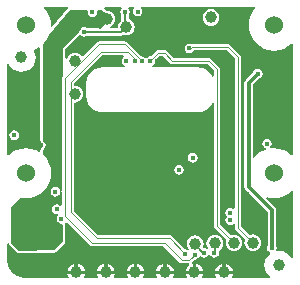
<source format=gbl>
G04*
G04 #@! TF.GenerationSoftware,Altium Limited,Altium Designer,20.0.13 (296)*
G04*
G04 Layer_Physical_Order=4*
G04 Layer_Color=16711680*
%FSLAX44Y44*%
%MOMM*%
G71*
G01*
G75*
%ADD12C,0.2000*%
%ADD55C,1.0000*%
%ADD56C,0.1500*%
%ADD57C,0.1000*%
%ADD59C,0.3000*%
%ADD62C,1.5240*%
%ADD63C,0.4000*%
%ADD64C,0.3000*%
G36*
X89224Y113730D02*
X87136Y111186D01*
X85151Y107472D01*
X83929Y103441D01*
X83516Y99250D01*
X83929Y95059D01*
X85151Y91028D01*
X87136Y87314D01*
X89808Y84058D01*
X93064Y81386D01*
X96778Y79401D01*
X100809Y78179D01*
X105000Y77766D01*
X109191Y78179D01*
X113222Y79401D01*
X116936Y81386D01*
X119730Y83680D01*
X121000Y83082D01*
Y-10506D01*
X119730Y-10857D01*
X116751Y-8413D01*
X113095Y-6458D01*
X109127Y-5255D01*
X105000Y-4848D01*
X102334Y-5111D01*
X101884Y-3884D01*
X102768Y-2561D01*
X103078Y-1000D01*
X102768Y561D01*
X101884Y1884D01*
X100561Y2768D01*
X99000Y3078D01*
X97439Y2768D01*
X96116Y1884D01*
X95232Y561D01*
X94922Y-1000D01*
X95232Y-2561D01*
X96116Y-3884D01*
X97439Y-4768D01*
X97840Y-4848D01*
X97904Y-6155D01*
X96905Y-6458D01*
X93249Y-8413D01*
X90043Y-11043D01*
X88289Y-13182D01*
X87019Y-12727D01*
Y48876D01*
X92459Y54316D01*
X92811Y54386D01*
X94134Y55270D01*
X95018Y56593D01*
X95328Y58154D01*
X95018Y59715D01*
X94134Y61038D01*
X92811Y61922D01*
X91250Y62232D01*
X89689Y61922D01*
X88366Y61038D01*
X87482Y59715D01*
X87412Y59363D01*
X80927Y52877D01*
X80153Y51720D01*
X79881Y50354D01*
Y-37700D01*
X80153Y-39066D01*
X80927Y-40223D01*
X99431Y-58728D01*
Y-87641D01*
X99232Y-87939D01*
X98922Y-89500D01*
X99232Y-91061D01*
X100116Y-92384D01*
X101195Y-93105D01*
X101495Y-94475D01*
X100352Y-95352D01*
X98409Y-97885D01*
X97187Y-100835D01*
X96770Y-104000D01*
X97187Y-107165D01*
X98409Y-110115D01*
X100352Y-112648D01*
X101763Y-113730D01*
X101332Y-115000D01*
X69603D01*
X69041Y-113861D01*
X69086Y-113802D01*
X69846Y-111968D01*
X69908Y-111500D01*
X62500D01*
X55092D01*
X55154Y-111968D01*
X55914Y-113802D01*
X55959Y-113861D01*
X55397Y-115000D01*
X44603D01*
X44041Y-113861D01*
X44086Y-113802D01*
X44846Y-111968D01*
X44908Y-111500D01*
X37500D01*
X30092D01*
X30154Y-111968D01*
X30914Y-113802D01*
X30959Y-113861D01*
X30397Y-115000D01*
X19603D01*
X19041Y-113861D01*
X19086Y-113802D01*
X19846Y-111968D01*
X19908Y-111500D01*
X12500D01*
Y-110000D01*
D01*
Y-111500D01*
X5092D01*
X5154Y-111968D01*
X5914Y-113802D01*
X5959Y-113861D01*
X5397Y-115000D01*
X-5397D01*
X-5959Y-113861D01*
X-5914Y-113802D01*
X-5154Y-111968D01*
X-5093Y-111500D01*
X-12500D01*
X-19908D01*
X-19846Y-111968D01*
X-19086Y-113802D01*
X-19042Y-113861D01*
X-19603Y-115000D01*
X-30397D01*
X-30959Y-113861D01*
X-30914Y-113802D01*
X-30154Y-111968D01*
X-30092Y-111500D01*
X-37500D01*
Y-110000D01*
D01*
Y-111500D01*
X-44908D01*
X-44846Y-111968D01*
X-44086Y-113802D01*
X-44041Y-113861D01*
X-44603Y-115000D01*
X-55397D01*
X-55959Y-113861D01*
X-55914Y-113802D01*
X-55154Y-111968D01*
X-55092Y-111500D01*
X-62500D01*
Y-110000D01*
D01*
Y-111500D01*
X-69908D01*
X-69846Y-111968D01*
X-69086Y-113802D01*
X-69041Y-113861D01*
X-69603Y-115000D01*
X-106576D01*
X-109667Y-114385D01*
X-112579Y-113179D01*
X-115199Y-111428D01*
X-117428Y-109199D01*
X-119179Y-106579D01*
X-120385Y-103667D01*
X-121000Y-100576D01*
Y-85673D01*
X-119730Y-85548D01*
X-119634Y-86030D01*
X-119192Y-86692D01*
X-119192Y-86692D01*
X-112692Y-93192D01*
X-112685Y-93197D01*
X-112680Y-93204D01*
X-112355Y-93417D01*
X-112030Y-93634D01*
X-112022Y-93636D01*
X-112015Y-93640D01*
X-111633Y-93713D01*
X-111250Y-93789D01*
X-111242Y-93787D01*
X-111233Y-93789D01*
X-81233Y-93539D01*
X-80853Y-93460D01*
X-80470Y-93384D01*
X-80462Y-93379D01*
X-80454Y-93377D01*
X-80131Y-93158D01*
X-79808Y-92942D01*
X-72308Y-85442D01*
X-71866Y-84780D01*
X-71711Y-84000D01*
Y-69581D01*
X-71730Y-69482D01*
X-71721Y-69381D01*
X-71808Y-69094D01*
X-71866Y-68800D01*
X-71922Y-68716D01*
X-71952Y-68619D01*
X-71968Y-68523D01*
X-71588Y-68005D01*
X-69976Y-67878D01*
X-50552Y-87302D01*
X-49725Y-87855D01*
X-48750Y-88049D01*
X11194D01*
X24948Y-101802D01*
X25775Y-102355D01*
X26750Y-102549D01*
X32738D01*
X33113Y-103214D01*
X33211Y-103787D01*
X32122Y-104622D01*
X30914Y-106198D01*
X30154Y-108032D01*
X30092Y-108500D01*
X36000D01*
Y-102592D01*
X35779Y-102621D01*
X35309Y-102012D01*
X35124Y-101481D01*
X37355Y-99250D01*
X37750Y-99328D01*
X39311Y-99018D01*
X40634Y-98134D01*
X41518Y-96811D01*
X41542Y-96688D01*
X42866Y-96384D01*
X44189Y-97268D01*
X45750Y-97578D01*
X47311Y-97268D01*
X48634Y-96384D01*
X49456Y-95154D01*
X50125Y-95081D01*
X50794Y-95154D01*
X51616Y-96384D01*
X52939Y-97268D01*
X54500Y-97578D01*
X56061Y-97268D01*
X57384Y-96384D01*
X58268Y-95061D01*
X58578Y-93500D01*
X58268Y-91939D01*
X58209Y-91851D01*
X58280Y-91615D01*
X59742Y-90492D01*
X60865Y-89030D01*
X61570Y-87327D01*
X61810Y-85500D01*
X61570Y-83673D01*
X60865Y-81970D01*
X59742Y-80508D01*
X58280Y-79385D01*
X56577Y-78680D01*
X54750Y-78440D01*
X52923Y-78680D01*
X51220Y-79385D01*
X49758Y-80508D01*
X48636Y-81970D01*
X47930Y-83673D01*
X47690Y-85500D01*
X47930Y-87327D01*
X48636Y-89030D01*
X48730Y-89153D01*
X47850Y-90092D01*
X47311Y-89732D01*
X45750Y-89422D01*
X45645Y-89443D01*
X44723Y-88414D01*
X45070Y-87577D01*
X45310Y-85750D01*
X45070Y-83923D01*
X44365Y-82220D01*
X43243Y-80758D01*
X41780Y-79636D01*
X40077Y-78930D01*
X38250Y-78690D01*
X36423Y-78930D01*
X34720Y-79636D01*
X33258Y-80758D01*
X32136Y-82220D01*
X31430Y-83923D01*
X31190Y-85750D01*
X31430Y-87577D01*
X32136Y-89280D01*
X32621Y-89913D01*
X31741Y-90853D01*
X31561Y-90732D01*
X30000Y-90422D01*
X29605Y-90500D01*
X18302Y-79198D01*
X17476Y-78645D01*
X16500Y-78451D01*
X-43694D01*
X-64451Y-57694D01*
Y33074D01*
X-63750Y33689D01*
X-61922Y33930D01*
X-60220Y34635D01*
X-58757Y35757D01*
X-57635Y37220D01*
X-56930Y38922D01*
X-56689Y40750D01*
X-56930Y42577D01*
X-57635Y44280D01*
X-58757Y45742D01*
X-60220Y46864D01*
X-61922Y47570D01*
X-63750Y47810D01*
X-64451Y48425D01*
Y49694D01*
X-40444Y73701D01*
X-22581D01*
X-22411Y73477D01*
X-22701Y71756D01*
X-22884Y71634D01*
X-23768Y70311D01*
X-24078Y68750D01*
X-23768Y67189D01*
X-22884Y65866D01*
X-21631Y65029D01*
X-21616Y64935D01*
X-22196Y63759D01*
X-40000D01*
Y63821D01*
X-43655Y63340D01*
X-47060Y61929D01*
X-49985Y59685D01*
X-52229Y56761D01*
X-53640Y53355D01*
X-54121Y49700D01*
X-54059D01*
Y39700D01*
X-54121D01*
X-53640Y36045D01*
X-52229Y32640D01*
X-49985Y29715D01*
X-47060Y27471D01*
X-43655Y26060D01*
X-40000Y25579D01*
Y25641D01*
X40000D01*
Y25579D01*
X43655Y26060D01*
X47060Y27471D01*
X49985Y29715D01*
X52229Y32640D01*
X52681Y33731D01*
X53951Y33478D01*
Y-70750D01*
X54145Y-71725D01*
X54698Y-72552D01*
X64587Y-82441D01*
X64180Y-83423D01*
X63940Y-85250D01*
X64180Y-87077D01*
X64886Y-88780D01*
X66008Y-90242D01*
X67470Y-91364D01*
X69173Y-92070D01*
X71000Y-92310D01*
X72827Y-92070D01*
X74530Y-91364D01*
X75992Y-90242D01*
X77115Y-88780D01*
X77820Y-87077D01*
X78060Y-85250D01*
X77820Y-83423D01*
X77115Y-81720D01*
X75992Y-80258D01*
X74530Y-79135D01*
X72827Y-78430D01*
X71000Y-78190D01*
X69173Y-78430D01*
X68192Y-78837D01*
X59049Y-69694D01*
Y62000D01*
X58855Y62976D01*
X58302Y63802D01*
X51302Y70802D01*
X50476Y71355D01*
X49500Y71549D01*
X19806D01*
X14052Y77302D01*
X13226Y77855D01*
X12250Y78049D01*
X6750D01*
X5775Y77855D01*
X4948Y77302D01*
X395Y72750D01*
X0Y72828D01*
X-1561Y72518D01*
X-2884Y71634D01*
X-2941Y71549D01*
X-3972D01*
X-4367Y71700D01*
X-5591Y72518D01*
X-7152Y72829D01*
X-7547Y72750D01*
X-19599Y84802D01*
X-20426Y85355D01*
X-21401Y85549D01*
X-43500D01*
X-44475Y85355D01*
X-45302Y84802D01*
X-57037Y73068D01*
X-58304Y73151D01*
X-58758Y73742D01*
X-60220Y74865D01*
X-61923Y75570D01*
X-63750Y75810D01*
X-65577Y75570D01*
X-67280Y74865D01*
X-68742Y73742D01*
X-69865Y72280D01*
X-70441Y70889D01*
X-71711Y71141D01*
Y78905D01*
X-59878Y90739D01*
X-58634Y90616D01*
X-57311Y89732D01*
X-55750Y89422D01*
X-54189Y89732D01*
X-53128Y90441D01*
X-24250D01*
X-24250Y90441D01*
X-23080Y90674D01*
X-22364Y91152D01*
X-21827Y90930D01*
X-20000Y90690D01*
X-18173Y90930D01*
X-16470Y91636D01*
X-15007Y92758D01*
X-13886Y94220D01*
X-13180Y95923D01*
X-12940Y97750D01*
X-13180Y99577D01*
X-13886Y101280D01*
X-15007Y102743D01*
X-16470Y103864D01*
X-18173Y104570D01*
X-18191Y104572D01*
Y108128D01*
X-17482Y109189D01*
X-17172Y110750D01*
X-17482Y112311D01*
X-18366Y113634D01*
X-18510Y113730D01*
X-18125Y115000D01*
X-13625D01*
X-13240Y113730D01*
X-13384Y113634D01*
X-14268Y112311D01*
X-14578Y110750D01*
X-14268Y109189D01*
X-13384Y107866D01*
X-12061Y106982D01*
X-10500Y106672D01*
X-8939Y106982D01*
X-7616Y107866D01*
X-6732Y109189D01*
X-6422Y110750D01*
X-6732Y112311D01*
X-7616Y113634D01*
X-7760Y113730D01*
X-7375Y115000D01*
X88624D01*
X89224Y113730D01*
D02*
G37*
G36*
X-40205Y110980D02*
X-40553Y110836D01*
X-42127Y109628D01*
X-43336Y108053D01*
X-44096Y106218D01*
X-44158Y105750D01*
X-36750D01*
Y102750D01*
X-44158D01*
X-44096Y102282D01*
X-43336Y100448D01*
X-42127Y98872D01*
X-40767Y97829D01*
X-40898Y96975D01*
X-41107Y96559D01*
X-53128D01*
X-54189Y97268D01*
X-55750Y97578D01*
X-57311Y97268D01*
X-58634Y96384D01*
X-59518Y95061D01*
X-59786Y93714D01*
X-73750Y79750D01*
Y56355D01*
X-74052Y56052D01*
X-74605Y55226D01*
X-74799Y54250D01*
Y-41535D01*
X-76069Y-41660D01*
X-76345Y-40274D01*
X-77229Y-38951D01*
X-78552Y-38066D01*
X-80113Y-37756D01*
X-81673Y-38066D01*
X-82996Y-38951D01*
X-83881Y-40274D01*
X-84191Y-41834D01*
X-83881Y-43395D01*
X-82996Y-44718D01*
X-81673Y-45602D01*
X-80113Y-45913D01*
X-78552Y-45602D01*
X-77229Y-44718D01*
X-76345Y-43395D01*
X-76069Y-42009D01*
X-74799Y-42134D01*
Y-53302D01*
X-76069Y-53687D01*
X-76116Y-53616D01*
X-77439Y-52732D01*
X-79000Y-52422D01*
X-80561Y-52732D01*
X-81884Y-53616D01*
X-82768Y-54939D01*
X-83078Y-56500D01*
X-82768Y-58061D01*
X-81884Y-59384D01*
X-80561Y-60268D01*
X-79000Y-60578D01*
X-77921Y-60364D01*
X-77426Y-61560D01*
X-77884Y-61866D01*
X-78768Y-63189D01*
X-79078Y-64750D01*
X-78768Y-66311D01*
X-77884Y-67634D01*
X-76561Y-68518D01*
X-75000Y-68828D01*
X-74732Y-68775D01*
X-73750Y-69581D01*
Y-84000D01*
X-81250Y-91500D01*
X-111250Y-91750D01*
X-117750Y-85250D01*
Y-54500D01*
X-110500Y-47250D01*
X-109161Y-46735D01*
X-109127Y-46745D01*
X-105000Y-47152D01*
X-100873Y-46745D01*
X-96905Y-45542D01*
X-93249Y-43587D01*
X-90043Y-40957D01*
X-87413Y-37751D01*
X-85458Y-34095D01*
X-84255Y-30127D01*
X-83848Y-26000D01*
X-84255Y-21874D01*
X-85458Y-17905D01*
X-87413Y-14249D01*
X-90043Y-11043D01*
X-90750Y-10464D01*
Y-6115D01*
X-89656Y-5384D01*
X-88772Y-4061D01*
X-88462Y-2500D01*
X-88772Y-939D01*
X-89656Y384D01*
X-90750Y1115D01*
Y83463D01*
X-90043Y84043D01*
X-87413Y87249D01*
X-85681Y90489D01*
X-68000Y112250D01*
X-53747D01*
X-52794Y110980D01*
X-52939Y110250D01*
X-52629Y108689D01*
X-51745Y107366D01*
X-50422Y106482D01*
X-48861Y106172D01*
X-47300Y106482D01*
X-45977Y107366D01*
X-45093Y108689D01*
X-44783Y110250D01*
X-44928Y110980D01*
X-43976Y112250D01*
X-40458D01*
X-40205Y110980D01*
D02*
G37*
G36*
X-69416Y114267D02*
X-69385Y113730D01*
X-69442Y113692D01*
X-69501Y113604D01*
X-69583Y113536D01*
X-82796Y97273D01*
X-83971Y97756D01*
X-83848Y99000D01*
X-84255Y103126D01*
X-85458Y107094D01*
X-87413Y110751D01*
X-89857Y113730D01*
X-89506Y115000D01*
X-69806D01*
X-69416Y114267D01*
D02*
G37*
G36*
X-23990Y113730D02*
X-24134Y113634D01*
X-25018Y112311D01*
X-25328Y110750D01*
X-25018Y109189D01*
X-24309Y108128D01*
Y103267D01*
X-24992Y102743D01*
X-26114Y101280D01*
X-26820Y99577D01*
X-27060Y97750D01*
X-27029Y97514D01*
X-27867Y96559D01*
X-33708D01*
X-33960Y97829D01*
X-33220Y98135D01*
X-31758Y99258D01*
X-30635Y100720D01*
X-29930Y102423D01*
X-29853Y103008D01*
X-29732Y103189D01*
X-29422Y104750D01*
X-29732Y106311D01*
X-30508Y107471D01*
X-30635Y107780D01*
X-31758Y109242D01*
X-33220Y110365D01*
X-34923Y111070D01*
X-36750Y111310D01*
X-36856Y111297D01*
X-37832Y112273D01*
X-38483Y112708D01*
X-38535Y112833D01*
X-38574Y113030D01*
X-38686Y113197D01*
X-38762Y113383D01*
X-38904Y113525D01*
X-39016Y113692D01*
X-38417Y114796D01*
X-38268Y115000D01*
X-24375D01*
X-23990Y113730D01*
D02*
G37*
G36*
X-92789Y80218D02*
Y1115D01*
X-92750Y918D01*
Y717D01*
X-92673Y531D01*
X-92634Y334D01*
X-92522Y167D01*
X-92445Y-18D01*
X-92303Y-160D01*
X-92192Y-327D01*
X-92025Y-439D01*
X-91883Y-581D01*
X-91126Y-1086D01*
X-90693Y-1735D01*
X-90541Y-2500D01*
X-90693Y-3265D01*
X-91126Y-3914D01*
X-91883Y-4419D01*
X-92025Y-4561D01*
X-92192Y-4673D01*
X-92303Y-4840D01*
X-92445Y-4982D01*
X-92522Y-5167D01*
X-92634Y-5334D01*
X-92673Y-5531D01*
X-92750Y-5717D01*
Y-5918D01*
X-92789Y-6115D01*
Y-7218D01*
X-94059Y-7980D01*
X-96905Y-6458D01*
X-100873Y-5255D01*
X-105000Y-4848D01*
X-109127Y-5255D01*
X-113095Y-6458D01*
X-116751Y-8413D01*
X-119730Y-10857D01*
X-121000Y-10506D01*
Y65968D01*
X-119730Y66220D01*
X-119591Y65885D01*
X-117648Y63352D01*
X-115115Y61409D01*
X-112165Y60187D01*
X-109000Y59770D01*
X-105835Y60187D01*
X-102885Y61409D01*
X-100352Y63352D01*
X-98409Y65885D01*
X-97187Y68835D01*
X-96770Y72000D01*
X-97187Y75165D01*
X-98247Y77724D01*
X-97817Y79182D01*
X-96905Y79458D01*
X-94059Y80980D01*
X-92789Y80218D01*
D02*
G37*
G36*
X16948Y67198D02*
X17775Y66645D01*
X18750Y66451D01*
X48444D01*
X53951Y60944D01*
Y55922D01*
X52681Y55669D01*
X52229Y56761D01*
X49985Y59685D01*
X47060Y61929D01*
X43655Y63340D01*
X40000Y63821D01*
Y63759D01*
X2196D01*
X1616Y64935D01*
X1631Y65029D01*
X2884Y65866D01*
X3768Y67189D01*
X4078Y68750D01*
X4000Y69145D01*
X7806Y72951D01*
X11194D01*
X16948Y67198D01*
D02*
G37*
G36*
X121000Y-41494D02*
Y-97968D01*
X119730Y-98220D01*
X119591Y-97885D01*
X117648Y-95352D01*
X115115Y-93409D01*
X112165Y-92187D01*
X109000Y-91770D01*
X107580Y-91957D01*
X106825Y-90776D01*
X107078Y-89500D01*
X106768Y-87939D01*
X106569Y-87641D01*
Y-57250D01*
X106297Y-55884D01*
X105523Y-54727D01*
X97997Y-47200D01*
X98670Y-46077D01*
X100873Y-46745D01*
X105000Y-47152D01*
X109127Y-46745D01*
X113095Y-45542D01*
X116751Y-43587D01*
X119730Y-41143D01*
X121000Y-41494D01*
D02*
G37*
%LPC*%
G36*
X51500Y112810D02*
X49673Y112570D01*
X47970Y111865D01*
X46508Y110743D01*
X45385Y109280D01*
X44680Y107577D01*
X44440Y105750D01*
X44680Y103923D01*
X45385Y102220D01*
X46508Y100758D01*
X47970Y99635D01*
X49673Y98930D01*
X51500Y98690D01*
X53327Y98930D01*
X55030Y99635D01*
X56492Y100758D01*
X57614Y102220D01*
X58320Y103923D01*
X58560Y105750D01*
X58320Y107577D01*
X57614Y109280D01*
X56492Y110743D01*
X55030Y111865D01*
X53327Y112570D01*
X51500Y112810D01*
D02*
G37*
G36*
X36250Y-8922D02*
X34689Y-9232D01*
X33366Y-10116D01*
X32482Y-11439D01*
X32172Y-13000D01*
X32482Y-14561D01*
X33366Y-15884D01*
X34689Y-16768D01*
X36250Y-17078D01*
X37811Y-16768D01*
X39134Y-15884D01*
X40018Y-14561D01*
X40328Y-13000D01*
X40018Y-11439D01*
X39134Y-10116D01*
X37811Y-9232D01*
X36250Y-8922D01*
D02*
G37*
G36*
X24500Y-19172D02*
X22939Y-19482D01*
X21616Y-20366D01*
X20732Y-21689D01*
X20422Y-23250D01*
X20732Y-24811D01*
X21616Y-26134D01*
X22939Y-27018D01*
X24500Y-27328D01*
X26061Y-27018D01*
X27384Y-26134D01*
X28268Y-24811D01*
X28578Y-23250D01*
X28268Y-21689D01*
X27384Y-20366D01*
X26061Y-19482D01*
X24500Y-19172D01*
D02*
G37*
G36*
X33250Y83578D02*
X31689Y83268D01*
X30366Y82384D01*
X29482Y81061D01*
X29172Y79500D01*
X29482Y77939D01*
X30366Y76616D01*
X31689Y75732D01*
X33250Y75422D01*
X34811Y75732D01*
X36134Y76616D01*
X37018Y77939D01*
X37120Y78451D01*
X64694D01*
X71701Y71444D01*
Y-55840D01*
X71585Y-55942D01*
X70431Y-56402D01*
X69465Y-55757D01*
X67904Y-55446D01*
X66343Y-55757D01*
X65020Y-56641D01*
X64136Y-57964D01*
X63826Y-59525D01*
X64136Y-61085D01*
X65020Y-62408D01*
Y-62891D01*
X64136Y-64214D01*
X63826Y-65774D01*
X64136Y-67335D01*
X65020Y-68658D01*
X66343Y-69542D01*
X67904Y-69853D01*
X69465Y-69542D01*
X70431Y-68897D01*
X71585Y-69357D01*
X71701Y-69459D01*
Y-72250D01*
X71895Y-73225D01*
X72448Y-74052D01*
X80587Y-82191D01*
X80180Y-83173D01*
X79940Y-85000D01*
X80180Y-86827D01*
X80885Y-88530D01*
X82008Y-89993D01*
X83470Y-91115D01*
X85173Y-91820D01*
X87000Y-92060D01*
X88827Y-91820D01*
X90530Y-91115D01*
X91992Y-89993D01*
X93115Y-88530D01*
X93820Y-86827D01*
X94060Y-85000D01*
X93820Y-83173D01*
X93115Y-81470D01*
X91992Y-80008D01*
X90530Y-78885D01*
X88827Y-78180D01*
X87000Y-77940D01*
X85173Y-78180D01*
X84192Y-78587D01*
X76799Y-71194D01*
Y72500D01*
X76605Y73475D01*
X76052Y74302D01*
X67552Y82802D01*
X66726Y83355D01*
X65750Y83549D01*
X35500D01*
X34525Y83355D01*
X34490Y83332D01*
X33250Y83578D01*
D02*
G37*
G36*
X39000Y-102592D02*
Y-108500D01*
X44908D01*
X44846Y-108032D01*
X44086Y-106198D01*
X42878Y-104622D01*
X41302Y-103414D01*
X39468Y-102654D01*
X39000Y-102592D01*
D02*
G37*
G36*
X-61000D02*
Y-108500D01*
X-55092D01*
X-55154Y-108032D01*
X-55914Y-106198D01*
X-57122Y-104622D01*
X-58698Y-103414D01*
X-60532Y-102654D01*
X-61000Y-102592D01*
D02*
G37*
G36*
X-64000D02*
X-64468Y-102654D01*
X-66302Y-103414D01*
X-67878Y-104622D01*
X-69086Y-106198D01*
X-69846Y-108032D01*
X-69908Y-108500D01*
X-64000D01*
Y-102592D01*
D02*
G37*
G36*
X-11000D02*
Y-108500D01*
X-5093D01*
X-5154Y-108032D01*
X-5914Y-106198D01*
X-7123Y-104622D01*
X-8698Y-103414D01*
X-10532Y-102654D01*
X-11000Y-102592D01*
D02*
G37*
G36*
X-14000Y-102592D02*
X-14469Y-102654D01*
X-16303Y-103414D01*
X-17878Y-104622D01*
X-19086Y-106198D01*
X-19846Y-108032D01*
X-19908Y-108500D01*
X-14000D01*
Y-102592D01*
D02*
G37*
G36*
X64000Y-102592D02*
Y-108500D01*
X69908D01*
X69846Y-108032D01*
X69086Y-106198D01*
X67878Y-104622D01*
X66302Y-103414D01*
X64468Y-102654D01*
X64000Y-102592D01*
D02*
G37*
G36*
X14000D02*
Y-108500D01*
X19908D01*
X19846Y-108032D01*
X19086Y-106198D01*
X17878Y-104622D01*
X16302Y-103414D01*
X14468Y-102654D01*
X14000Y-102592D01*
D02*
G37*
G36*
X-36000D02*
Y-108500D01*
X-30092D01*
X-30154Y-108032D01*
X-30914Y-106198D01*
X-32122Y-104622D01*
X-33698Y-103414D01*
X-35532Y-102654D01*
X-36000Y-102592D01*
D02*
G37*
G36*
X61000Y-102592D02*
X60532Y-102654D01*
X58698Y-103414D01*
X57122Y-104622D01*
X55914Y-106198D01*
X55154Y-108032D01*
X55092Y-108500D01*
X61000D01*
Y-102592D01*
D02*
G37*
G36*
X11000D02*
X10532Y-102654D01*
X8698Y-103414D01*
X7122Y-104622D01*
X5914Y-106198D01*
X5154Y-108032D01*
X5092Y-108500D01*
X11000D01*
Y-102592D01*
D02*
G37*
G36*
X-39000D02*
X-39468Y-102654D01*
X-41302Y-103414D01*
X-42878Y-104622D01*
X-44086Y-106198D01*
X-44846Y-108032D01*
X-44908Y-108500D01*
X-39000D01*
Y-102592D01*
D02*
G37*
G36*
X-115000Y10078D02*
X-116561Y9768D01*
X-117884Y8884D01*
X-118768Y7561D01*
X-119078Y6000D01*
X-118768Y4439D01*
X-117884Y3116D01*
X-116561Y2232D01*
X-115000Y1922D01*
X-113439Y2232D01*
X-112116Y3116D01*
X-111232Y4439D01*
X-110922Y6000D01*
X-111232Y7561D01*
X-112116Y8884D01*
X-113439Y9768D01*
X-115000Y10078D01*
D02*
G37*
%LPD*%
D12*
X-21250Y99000D02*
X-20000Y97750D01*
X-21250Y99000D02*
Y110750D01*
X-24250Y93500D02*
X-20000Y97750D01*
X-55750Y93500D02*
X-24250D01*
X-10750Y110500D02*
X-10500Y110750D01*
X-33500Y104679D02*
Y104750D01*
D55*
X71000Y-85250D02*
D03*
X-109000Y72000D02*
D03*
X51500Y105750D02*
D03*
X-20000Y97750D02*
D03*
X-36750Y104250D02*
D03*
X109000Y-104000D02*
D03*
X87000Y-85000D02*
D03*
X-63750Y40750D02*
D03*
X-63750Y68750D02*
D03*
X38250Y-85750D02*
D03*
X54750Y-85500D02*
D03*
X37500Y-110000D02*
D03*
X12500D02*
D03*
X-12500D02*
D03*
X-37500D02*
D03*
X-62500D02*
D03*
X62500D02*
D03*
D56*
X45142Y-93500D02*
X45750D01*
X38108Y-86466D02*
X45142Y-93500D01*
X37500Y-86466D02*
X38108D01*
X54500Y-93500D02*
X54625Y-93375D01*
Y-85625D01*
X54750Y-85500D01*
X54500Y-93500D02*
Y-92427D01*
D57*
X33250Y78750D02*
X35500Y81000D01*
X-21401Y83000D02*
X-7152Y68750D01*
X-43500Y83000D02*
X-21401D01*
X12250Y75500D02*
X18750Y69000D01*
X6750Y75500D02*
X12250D01*
X0Y68750D02*
X6750Y75500D01*
X-18550Y76250D02*
X-12500Y70200D01*
X-41500Y76250D02*
X-18550D01*
X-67000Y50750D02*
X-41500Y76250D01*
X-12500Y68750D02*
Y70200D01*
X-72250Y-62000D02*
Y54250D01*
Y-62000D02*
X-48750Y-85500D01*
X-72250Y54250D02*
X-43500Y83000D01*
X-67000Y-58750D02*
X-44750Y-81000D01*
X-67000Y-58750D02*
Y50750D01*
X-44750Y-81000D02*
X16500D01*
X56500Y-70750D02*
X71000Y-85250D01*
X74250Y-72250D02*
Y72500D01*
X56500Y-70750D02*
Y62000D01*
X35500Y81000D02*
X65750D01*
X74250Y72500D01*
X18750Y69000D02*
X49500D01*
X74250Y-72250D02*
X87000Y-85000D01*
X49500Y69000D02*
X56500Y62000D01*
X87000Y-85000D02*
X89000Y-83000D01*
X-65250Y40750D02*
X-64250D01*
X-65500Y41000D02*
X-65250Y40750D01*
X-64000Y68750D02*
X-63750D01*
X-48750Y-85500D02*
X12250D01*
X26750Y-100000D01*
X33000D01*
X37750Y-95250D01*
X16500Y-81000D02*
X30000Y-94500D01*
D59*
X83450Y50354D02*
X91250Y58154D01*
X83450Y-37700D02*
Y50354D01*
Y-37700D02*
X103000Y-57250D01*
Y-89500D02*
Y-57250D01*
X-36750Y104750D02*
X-33571D01*
X-37000D02*
X-36750D01*
Y106144D01*
Y104500D02*
Y104750D01*
X-42000Y109750D02*
X-40356D01*
X-36750Y106144D01*
X-39144Y104750D02*
X-37000D01*
X-36750Y104500D01*
X-42000Y109750D02*
X-37000Y104750D01*
X-42250Y109750D02*
X-42000D01*
X-36750Y104250D02*
Y104500D01*
X-42000Y98000D02*
X-36750Y103250D01*
Y104250D01*
X-39089Y102911D02*
X-37750Y104250D01*
X-42500Y99500D02*
X-39089Y102911D01*
X-38089D01*
X-43089D02*
X-39089D01*
X-38644Y104250D02*
X-37750D01*
X-43000Y99250D02*
X-42750Y99500D01*
X-42500D01*
X-37750Y104250D02*
X-36750D01*
X-71500Y104750D02*
X-39144D01*
X-38644Y104250D01*
X-41644Y107250D02*
X-39144Y104750D01*
X-43750Y107250D02*
X-41644D01*
X-45000Y101000D02*
X-43089Y102911D01*
X-38089D02*
X-36750Y104250D01*
X-33571Y104750D02*
X-33500Y104679D01*
D62*
X105000Y-25690D02*
D03*
X-105000Y99310D02*
D03*
X105000D02*
D03*
X-105000Y-25690D02*
D03*
D63*
X-7152Y68750D02*
D03*
X-27500Y68750D02*
D03*
X-20000D02*
D03*
X5800D02*
D03*
X0D02*
D03*
X-12500D02*
D03*
X-75000Y-64750D02*
D03*
X-80113Y-41834D02*
D03*
X-2500Y-35675D02*
D03*
X-17500Y-69000D02*
D03*
X-32500D02*
D03*
X12500D02*
D03*
X-47500D02*
D03*
Y-45000D02*
D03*
X-17500Y-45767D02*
D03*
X33782Y-4318D02*
D03*
X28000Y-69000D02*
D03*
X42500D02*
D03*
X67904Y-59525D02*
D03*
X84654Y-54274D02*
D03*
X82055Y-43600D02*
D03*
X-115750Y-61500D02*
D03*
X-96500D02*
D03*
X-115750Y-69250D02*
D03*
X-96500Y-69750D02*
D03*
X-79000Y-56500D02*
D03*
X114250Y66154D02*
D03*
X99000Y-1000D02*
D03*
X114006Y-2500D02*
D03*
X91250Y58154D02*
D03*
X-115000Y6000D02*
D03*
X-64000Y80729D02*
D03*
X-33500Y24100D02*
D03*
X-92540Y-2500D02*
D03*
X105918Y11938D02*
D03*
X40000Y76250D02*
D03*
X33250Y79500D02*
D03*
X91950Y37350D02*
D03*
X79250Y87000D02*
D03*
X69342Y2540D02*
D03*
X24500Y-23250D02*
D03*
X67904Y-65774D02*
D03*
X51000Y107750D02*
D03*
X87000Y-85000D02*
D03*
X69750Y-85250D02*
D03*
X45750Y-93500D02*
D03*
X54500D02*
D03*
X103000Y-89500D02*
D03*
X-55750Y93500D02*
D03*
X-10500Y110750D02*
D03*
X-5000Y109750D02*
D03*
X-21250Y110750D02*
D03*
X-27250Y110000D02*
D03*
X-33500Y104750D02*
D03*
X30000Y-94500D02*
D03*
X37750Y-95250D02*
D03*
X-67250Y-76250D02*
D03*
X-47500Y-93500D02*
D03*
X-2500D02*
D03*
X113000Y-53500D02*
D03*
X36250Y-13000D02*
D03*
X91500Y-107750D02*
D03*
X79000Y-98750D02*
D03*
X-91500Y-107750D02*
D03*
X-79000Y-98750D02*
D03*
X28000Y109000D02*
D03*
X16000D02*
D03*
X4000D02*
D03*
X-16000Y108250D02*
D03*
X-77250Y109750D02*
D03*
X-48861Y110250D02*
D03*
X12500Y-110000D02*
D03*
X-12500D02*
D03*
X-37500Y-110250D02*
D03*
X-62500Y-110000D02*
D03*
X37500Y-110250D02*
D03*
X62500Y-110000D02*
D03*
X-99000Y25750D02*
D03*
X-106750Y45500D02*
D03*
D64*
X66500Y-48500D02*
D03*
Y-38500D02*
D03*
M02*

</source>
